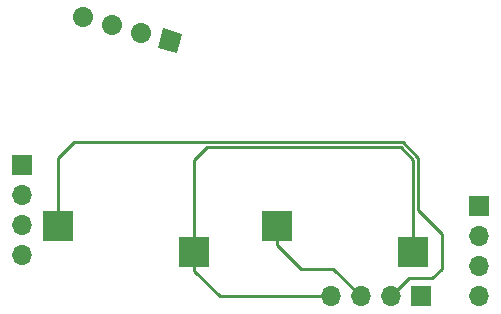
<source format=gbr>
G04 #@! TF.GenerationSoftware,KiCad,Pcbnew,(5.1.4)-1*
G04 #@! TF.CreationDate,2023-01-08T18:48:31-05:00*
G04 #@! TF.ProjectId,ThumbsUp,5468756d-6273-4557-902e-6b696361645f,rev?*
G04 #@! TF.SameCoordinates,Original*
G04 #@! TF.FileFunction,Copper,L2,Bot*
G04 #@! TF.FilePolarity,Positive*
%FSLAX46Y46*%
G04 Gerber Fmt 4.6, Leading zero omitted, Abs format (unit mm)*
G04 Created by KiCad (PCBNEW (5.1.4)-1) date 2023-01-08 18:48:31*
%MOMM*%
%LPD*%
G04 APERTURE LIST*
%ADD10C,1.700000*%
%ADD11C,1.700000*%
%ADD12C,0.100000*%
%ADD13O,1.700000X1.700000*%
%ADD14R,1.700000X1.700000*%
%ADD15R,2.600000X2.600000*%
%ADD16C,0.250000*%
G04 APERTURE END LIST*
D10*
X159231252Y-343104931D03*
D11*
X159231252Y-343104931D02*
X159231252Y-343104931D01*
D10*
X161684704Y-343762331D03*
D11*
X161684704Y-343762331D02*
X161684704Y-343762331D01*
D10*
X164138155Y-344419732D03*
D11*
X164138155Y-344419732D02*
X164138155Y-344419732D01*
D10*
X166591607Y-345077132D03*
D12*
G36*
X167192648Y-346118165D02*
G01*
X165550574Y-345678173D01*
X165990566Y-344036099D01*
X167632640Y-344476091D01*
X167192648Y-346118165D01*
X167192648Y-346118165D01*
G37*
D13*
X154054489Y-363179102D03*
X154054489Y-360639102D03*
X154054489Y-358099102D03*
D14*
X154054489Y-355559102D03*
D13*
X192776987Y-366663573D03*
X192776987Y-364123573D03*
X192776987Y-361583573D03*
D14*
X192776987Y-359043573D03*
D15*
X168654545Y-363001918D03*
X157104545Y-360801918D03*
X187154545Y-363001918D03*
X175604545Y-360801918D03*
D13*
X180186132Y-366731045D03*
X182726132Y-366731045D03*
X185266132Y-366731045D03*
D14*
X187806132Y-366731045D03*
D16*
X175604545Y-362351918D02*
X175604545Y-360801918D01*
X177656627Y-364404000D02*
X175604545Y-362351918D01*
X182726132Y-366731045D02*
X180399087Y-364404000D01*
X180399087Y-364404000D02*
X177656627Y-364404000D01*
X168654545Y-364551918D02*
X168654545Y-363001918D01*
X170833672Y-366731045D02*
X168654545Y-364551918D01*
X180186132Y-366731045D02*
X170833672Y-366731045D01*
X168654545Y-355155455D02*
X168654545Y-363001918D01*
X169706000Y-354104000D02*
X168654545Y-355155455D01*
X186106000Y-354104000D02*
X169706000Y-354104000D01*
X187154545Y-363001918D02*
X187154545Y-355152545D01*
X187154545Y-355152545D02*
X186106000Y-354104000D01*
X157104545Y-359251918D02*
X157104545Y-360801918D01*
X157104545Y-355005455D02*
X157104545Y-359251918D01*
X158456010Y-353653990D02*
X157104545Y-355005455D01*
X186292400Y-353653990D02*
X158456010Y-353653990D01*
X187604554Y-354966144D02*
X186292400Y-353653990D01*
X186793177Y-365204000D02*
X188806000Y-365204000D01*
X185266132Y-366731045D02*
X186793177Y-365204000D01*
X188806000Y-365204000D02*
X189606000Y-364404000D01*
X189606000Y-364404000D02*
X189606000Y-361404000D01*
X189606000Y-361404000D02*
X187604554Y-359402554D01*
X187604554Y-359402554D02*
X187604554Y-354966144D01*
M02*

</source>
